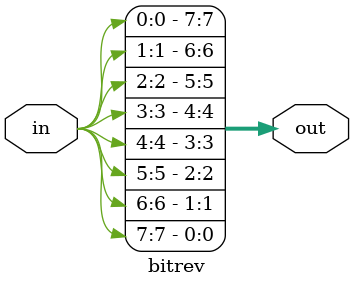
<source format=sv>
`timescale 1ns / 1ps


module bitrev(
    input logic[7:0] in,
    output logic[7:0] out
    );
    assign out={in[0:0],in[1:1],in[2:2],in[3:3],in[4:4],in[5:5],in[6:6],in[7:7]};
endmodule

</source>
